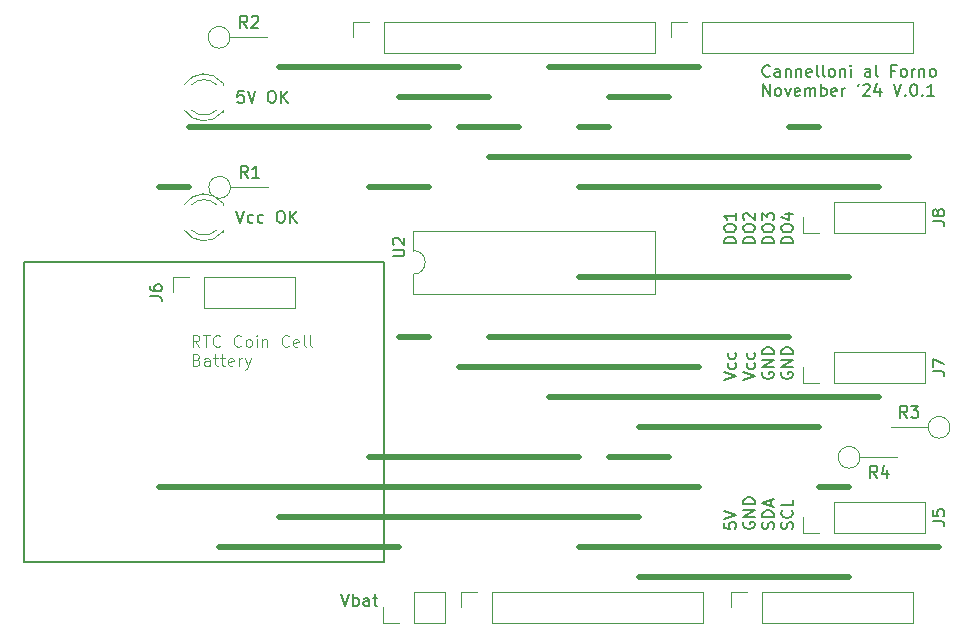
<source format=gto>
G04 #@! TF.GenerationSoftware,KiCad,Pcbnew,8.0.6*
G04 #@! TF.CreationDate,2024-11-11T09:26:18+01:00*
G04 #@! TF.ProjectId,lmwb_lochraster_arduino_L293D,6c6d7762-5f6c-46f6-9368-726173746572,V.0.1*
G04 #@! TF.SameCoordinates,Original*
G04 #@! TF.FileFunction,Legend,Top*
G04 #@! TF.FilePolarity,Positive*
%FSLAX46Y46*%
G04 Gerber Fmt 4.6, Leading zero omitted, Abs format (unit mm)*
G04 Created by KiCad (PCBNEW 8.0.6) date 2024-11-11 09:26:18*
%MOMM*%
%LPD*%
G01*
G04 APERTURE LIST*
%ADD10C,0.500000*%
%ADD11C,0.150000*%
%ADD12C,0.100000*%
%ADD13C,0.120000*%
%ADD14R,1.700000X1.700000*%
%ADD15O,1.700000X1.700000*%
%ADD16C,1.400000*%
%ADD17O,1.400000X1.400000*%
%ADD18R,1.600000X1.600000*%
%ADD19O,1.600000X1.600000*%
%ADD20R,1.800000X1.800000*%
%ADD21C,1.800000*%
G04 APERTURE END LIST*
D10*
X86360000Y-68580000D02*
X55880000Y-68580000D01*
X71120000Y-35560000D02*
X76200000Y-35560000D01*
X101600000Y-71120000D02*
X81280000Y-71120000D01*
X104140000Y-48260000D02*
X81280000Y-48260000D01*
X81280000Y-35560000D02*
X83820000Y-35560000D01*
X68580000Y-53340000D02*
X66040000Y-53340000D01*
X88900000Y-63500000D02*
X83820000Y-63500000D01*
D11*
X64770000Y-72390001D02*
X34290000Y-72390000D01*
X34290000Y-46990000D01*
X64770000Y-46990000D01*
X64770000Y-72390001D01*
D10*
X48260000Y-40640000D02*
X45720000Y-40640000D01*
X104140000Y-66040000D02*
X101600000Y-66040000D01*
X78740000Y-30480000D02*
X91440000Y-30480000D01*
X66040000Y-71120000D02*
X50800000Y-71120000D01*
X111760000Y-71120000D02*
X101600000Y-71120000D01*
X68580000Y-40640000D02*
X63500000Y-40640000D01*
X106680000Y-40640000D02*
X81280000Y-40640000D01*
X81280000Y-63500000D02*
X63500000Y-63500000D01*
X99060000Y-53340000D02*
X73660000Y-53340000D01*
X68580000Y-35560000D02*
X48260000Y-35560000D01*
X66040000Y-33020000D02*
X73660000Y-33020000D01*
X101600000Y-60960000D02*
X86360000Y-60960000D01*
X91440000Y-66040000D02*
X45720000Y-66040000D01*
X91440000Y-55880000D02*
X71120000Y-55880000D01*
X55880000Y-30480000D02*
X71120000Y-30480000D01*
X99060000Y-35560000D02*
X101600000Y-35560000D01*
X83820000Y-33020000D02*
X88900000Y-33020000D01*
X104140000Y-73660000D02*
X86360000Y-73660000D01*
X106680000Y-58420000D02*
X78740000Y-58420000D01*
X109220000Y-38100000D02*
X73660000Y-38100000D01*
D11*
X52882969Y-32474819D02*
X52406779Y-32474819D01*
X52406779Y-32474819D02*
X52359160Y-32951009D01*
X52359160Y-32951009D02*
X52406779Y-32903390D01*
X52406779Y-32903390D02*
X52502017Y-32855771D01*
X52502017Y-32855771D02*
X52740112Y-32855771D01*
X52740112Y-32855771D02*
X52835350Y-32903390D01*
X52835350Y-32903390D02*
X52882969Y-32951009D01*
X52882969Y-32951009D02*
X52930588Y-33046247D01*
X52930588Y-33046247D02*
X52930588Y-33284342D01*
X52930588Y-33284342D02*
X52882969Y-33379580D01*
X52882969Y-33379580D02*
X52835350Y-33427200D01*
X52835350Y-33427200D02*
X52740112Y-33474819D01*
X52740112Y-33474819D02*
X52502017Y-33474819D01*
X52502017Y-33474819D02*
X52406779Y-33427200D01*
X52406779Y-33427200D02*
X52359160Y-33379580D01*
X53216303Y-32474819D02*
X53549636Y-33474819D01*
X53549636Y-33474819D02*
X53882969Y-32474819D01*
X55168684Y-32474819D02*
X55359160Y-32474819D01*
X55359160Y-32474819D02*
X55454398Y-32522438D01*
X55454398Y-32522438D02*
X55549636Y-32617676D01*
X55549636Y-32617676D02*
X55597255Y-32808152D01*
X55597255Y-32808152D02*
X55597255Y-33141485D01*
X55597255Y-33141485D02*
X55549636Y-33331961D01*
X55549636Y-33331961D02*
X55454398Y-33427200D01*
X55454398Y-33427200D02*
X55359160Y-33474819D01*
X55359160Y-33474819D02*
X55168684Y-33474819D01*
X55168684Y-33474819D02*
X55073446Y-33427200D01*
X55073446Y-33427200D02*
X54978208Y-33331961D01*
X54978208Y-33331961D02*
X54930589Y-33141485D01*
X54930589Y-33141485D02*
X54930589Y-32808152D01*
X54930589Y-32808152D02*
X54978208Y-32617676D01*
X54978208Y-32617676D02*
X55073446Y-32522438D01*
X55073446Y-32522438D02*
X55168684Y-32474819D01*
X56025827Y-33474819D02*
X56025827Y-32474819D01*
X56597255Y-33474819D02*
X56168684Y-32903390D01*
X56597255Y-32474819D02*
X56025827Y-33046247D01*
X97428207Y-31184636D02*
X97380588Y-31232256D01*
X97380588Y-31232256D02*
X97237731Y-31279875D01*
X97237731Y-31279875D02*
X97142493Y-31279875D01*
X97142493Y-31279875D02*
X96999636Y-31232256D01*
X96999636Y-31232256D02*
X96904398Y-31137017D01*
X96904398Y-31137017D02*
X96856779Y-31041779D01*
X96856779Y-31041779D02*
X96809160Y-30851303D01*
X96809160Y-30851303D02*
X96809160Y-30708446D01*
X96809160Y-30708446D02*
X96856779Y-30517970D01*
X96856779Y-30517970D02*
X96904398Y-30422732D01*
X96904398Y-30422732D02*
X96999636Y-30327494D01*
X96999636Y-30327494D02*
X97142493Y-30279875D01*
X97142493Y-30279875D02*
X97237731Y-30279875D01*
X97237731Y-30279875D02*
X97380588Y-30327494D01*
X97380588Y-30327494D02*
X97428207Y-30375113D01*
X98285350Y-31279875D02*
X98285350Y-30756065D01*
X98285350Y-30756065D02*
X98237731Y-30660827D01*
X98237731Y-30660827D02*
X98142493Y-30613208D01*
X98142493Y-30613208D02*
X97952017Y-30613208D01*
X97952017Y-30613208D02*
X97856779Y-30660827D01*
X98285350Y-31232256D02*
X98190112Y-31279875D01*
X98190112Y-31279875D02*
X97952017Y-31279875D01*
X97952017Y-31279875D02*
X97856779Y-31232256D01*
X97856779Y-31232256D02*
X97809160Y-31137017D01*
X97809160Y-31137017D02*
X97809160Y-31041779D01*
X97809160Y-31041779D02*
X97856779Y-30946541D01*
X97856779Y-30946541D02*
X97952017Y-30898922D01*
X97952017Y-30898922D02*
X98190112Y-30898922D01*
X98190112Y-30898922D02*
X98285350Y-30851303D01*
X98761541Y-30613208D02*
X98761541Y-31279875D01*
X98761541Y-30708446D02*
X98809160Y-30660827D01*
X98809160Y-30660827D02*
X98904398Y-30613208D01*
X98904398Y-30613208D02*
X99047255Y-30613208D01*
X99047255Y-30613208D02*
X99142493Y-30660827D01*
X99142493Y-30660827D02*
X99190112Y-30756065D01*
X99190112Y-30756065D02*
X99190112Y-31279875D01*
X99666303Y-30613208D02*
X99666303Y-31279875D01*
X99666303Y-30708446D02*
X99713922Y-30660827D01*
X99713922Y-30660827D02*
X99809160Y-30613208D01*
X99809160Y-30613208D02*
X99952017Y-30613208D01*
X99952017Y-30613208D02*
X100047255Y-30660827D01*
X100047255Y-30660827D02*
X100094874Y-30756065D01*
X100094874Y-30756065D02*
X100094874Y-31279875D01*
X100952017Y-31232256D02*
X100856779Y-31279875D01*
X100856779Y-31279875D02*
X100666303Y-31279875D01*
X100666303Y-31279875D02*
X100571065Y-31232256D01*
X100571065Y-31232256D02*
X100523446Y-31137017D01*
X100523446Y-31137017D02*
X100523446Y-30756065D01*
X100523446Y-30756065D02*
X100571065Y-30660827D01*
X100571065Y-30660827D02*
X100666303Y-30613208D01*
X100666303Y-30613208D02*
X100856779Y-30613208D01*
X100856779Y-30613208D02*
X100952017Y-30660827D01*
X100952017Y-30660827D02*
X100999636Y-30756065D01*
X100999636Y-30756065D02*
X100999636Y-30851303D01*
X100999636Y-30851303D02*
X100523446Y-30946541D01*
X101571065Y-31279875D02*
X101475827Y-31232256D01*
X101475827Y-31232256D02*
X101428208Y-31137017D01*
X101428208Y-31137017D02*
X101428208Y-30279875D01*
X102094875Y-31279875D02*
X101999637Y-31232256D01*
X101999637Y-31232256D02*
X101952018Y-31137017D01*
X101952018Y-31137017D02*
X101952018Y-30279875D01*
X102618685Y-31279875D02*
X102523447Y-31232256D01*
X102523447Y-31232256D02*
X102475828Y-31184636D01*
X102475828Y-31184636D02*
X102428209Y-31089398D01*
X102428209Y-31089398D02*
X102428209Y-30803684D01*
X102428209Y-30803684D02*
X102475828Y-30708446D01*
X102475828Y-30708446D02*
X102523447Y-30660827D01*
X102523447Y-30660827D02*
X102618685Y-30613208D01*
X102618685Y-30613208D02*
X102761542Y-30613208D01*
X102761542Y-30613208D02*
X102856780Y-30660827D01*
X102856780Y-30660827D02*
X102904399Y-30708446D01*
X102904399Y-30708446D02*
X102952018Y-30803684D01*
X102952018Y-30803684D02*
X102952018Y-31089398D01*
X102952018Y-31089398D02*
X102904399Y-31184636D01*
X102904399Y-31184636D02*
X102856780Y-31232256D01*
X102856780Y-31232256D02*
X102761542Y-31279875D01*
X102761542Y-31279875D02*
X102618685Y-31279875D01*
X103380590Y-30613208D02*
X103380590Y-31279875D01*
X103380590Y-30708446D02*
X103428209Y-30660827D01*
X103428209Y-30660827D02*
X103523447Y-30613208D01*
X103523447Y-30613208D02*
X103666304Y-30613208D01*
X103666304Y-30613208D02*
X103761542Y-30660827D01*
X103761542Y-30660827D02*
X103809161Y-30756065D01*
X103809161Y-30756065D02*
X103809161Y-31279875D01*
X104285352Y-31279875D02*
X104285352Y-30613208D01*
X104285352Y-30279875D02*
X104237733Y-30327494D01*
X104237733Y-30327494D02*
X104285352Y-30375113D01*
X104285352Y-30375113D02*
X104332971Y-30327494D01*
X104332971Y-30327494D02*
X104285352Y-30279875D01*
X104285352Y-30279875D02*
X104285352Y-30375113D01*
X105952018Y-31279875D02*
X105952018Y-30756065D01*
X105952018Y-30756065D02*
X105904399Y-30660827D01*
X105904399Y-30660827D02*
X105809161Y-30613208D01*
X105809161Y-30613208D02*
X105618685Y-30613208D01*
X105618685Y-30613208D02*
X105523447Y-30660827D01*
X105952018Y-31232256D02*
X105856780Y-31279875D01*
X105856780Y-31279875D02*
X105618685Y-31279875D01*
X105618685Y-31279875D02*
X105523447Y-31232256D01*
X105523447Y-31232256D02*
X105475828Y-31137017D01*
X105475828Y-31137017D02*
X105475828Y-31041779D01*
X105475828Y-31041779D02*
X105523447Y-30946541D01*
X105523447Y-30946541D02*
X105618685Y-30898922D01*
X105618685Y-30898922D02*
X105856780Y-30898922D01*
X105856780Y-30898922D02*
X105952018Y-30851303D01*
X106571066Y-31279875D02*
X106475828Y-31232256D01*
X106475828Y-31232256D02*
X106428209Y-31137017D01*
X106428209Y-31137017D02*
X106428209Y-30279875D01*
X108047257Y-30756065D02*
X107713924Y-30756065D01*
X107713924Y-31279875D02*
X107713924Y-30279875D01*
X107713924Y-30279875D02*
X108190114Y-30279875D01*
X108713924Y-31279875D02*
X108618686Y-31232256D01*
X108618686Y-31232256D02*
X108571067Y-31184636D01*
X108571067Y-31184636D02*
X108523448Y-31089398D01*
X108523448Y-31089398D02*
X108523448Y-30803684D01*
X108523448Y-30803684D02*
X108571067Y-30708446D01*
X108571067Y-30708446D02*
X108618686Y-30660827D01*
X108618686Y-30660827D02*
X108713924Y-30613208D01*
X108713924Y-30613208D02*
X108856781Y-30613208D01*
X108856781Y-30613208D02*
X108952019Y-30660827D01*
X108952019Y-30660827D02*
X108999638Y-30708446D01*
X108999638Y-30708446D02*
X109047257Y-30803684D01*
X109047257Y-30803684D02*
X109047257Y-31089398D01*
X109047257Y-31089398D02*
X108999638Y-31184636D01*
X108999638Y-31184636D02*
X108952019Y-31232256D01*
X108952019Y-31232256D02*
X108856781Y-31279875D01*
X108856781Y-31279875D02*
X108713924Y-31279875D01*
X109475829Y-31279875D02*
X109475829Y-30613208D01*
X109475829Y-30803684D02*
X109523448Y-30708446D01*
X109523448Y-30708446D02*
X109571067Y-30660827D01*
X109571067Y-30660827D02*
X109666305Y-30613208D01*
X109666305Y-30613208D02*
X109761543Y-30613208D01*
X110094877Y-30613208D02*
X110094877Y-31279875D01*
X110094877Y-30708446D02*
X110142496Y-30660827D01*
X110142496Y-30660827D02*
X110237734Y-30613208D01*
X110237734Y-30613208D02*
X110380591Y-30613208D01*
X110380591Y-30613208D02*
X110475829Y-30660827D01*
X110475829Y-30660827D02*
X110523448Y-30756065D01*
X110523448Y-30756065D02*
X110523448Y-31279875D01*
X111142496Y-31279875D02*
X111047258Y-31232256D01*
X111047258Y-31232256D02*
X110999639Y-31184636D01*
X110999639Y-31184636D02*
X110952020Y-31089398D01*
X110952020Y-31089398D02*
X110952020Y-30803684D01*
X110952020Y-30803684D02*
X110999639Y-30708446D01*
X110999639Y-30708446D02*
X111047258Y-30660827D01*
X111047258Y-30660827D02*
X111142496Y-30613208D01*
X111142496Y-30613208D02*
X111285353Y-30613208D01*
X111285353Y-30613208D02*
X111380591Y-30660827D01*
X111380591Y-30660827D02*
X111428210Y-30708446D01*
X111428210Y-30708446D02*
X111475829Y-30803684D01*
X111475829Y-30803684D02*
X111475829Y-31089398D01*
X111475829Y-31089398D02*
X111428210Y-31184636D01*
X111428210Y-31184636D02*
X111380591Y-31232256D01*
X111380591Y-31232256D02*
X111285353Y-31279875D01*
X111285353Y-31279875D02*
X111142496Y-31279875D01*
X96856779Y-32889819D02*
X96856779Y-31889819D01*
X96856779Y-31889819D02*
X97428207Y-32889819D01*
X97428207Y-32889819D02*
X97428207Y-31889819D01*
X98047255Y-32889819D02*
X97952017Y-32842200D01*
X97952017Y-32842200D02*
X97904398Y-32794580D01*
X97904398Y-32794580D02*
X97856779Y-32699342D01*
X97856779Y-32699342D02*
X97856779Y-32413628D01*
X97856779Y-32413628D02*
X97904398Y-32318390D01*
X97904398Y-32318390D02*
X97952017Y-32270771D01*
X97952017Y-32270771D02*
X98047255Y-32223152D01*
X98047255Y-32223152D02*
X98190112Y-32223152D01*
X98190112Y-32223152D02*
X98285350Y-32270771D01*
X98285350Y-32270771D02*
X98332969Y-32318390D01*
X98332969Y-32318390D02*
X98380588Y-32413628D01*
X98380588Y-32413628D02*
X98380588Y-32699342D01*
X98380588Y-32699342D02*
X98332969Y-32794580D01*
X98332969Y-32794580D02*
X98285350Y-32842200D01*
X98285350Y-32842200D02*
X98190112Y-32889819D01*
X98190112Y-32889819D02*
X98047255Y-32889819D01*
X98713922Y-32223152D02*
X98952017Y-32889819D01*
X98952017Y-32889819D02*
X99190112Y-32223152D01*
X99952017Y-32842200D02*
X99856779Y-32889819D01*
X99856779Y-32889819D02*
X99666303Y-32889819D01*
X99666303Y-32889819D02*
X99571065Y-32842200D01*
X99571065Y-32842200D02*
X99523446Y-32746961D01*
X99523446Y-32746961D02*
X99523446Y-32366009D01*
X99523446Y-32366009D02*
X99571065Y-32270771D01*
X99571065Y-32270771D02*
X99666303Y-32223152D01*
X99666303Y-32223152D02*
X99856779Y-32223152D01*
X99856779Y-32223152D02*
X99952017Y-32270771D01*
X99952017Y-32270771D02*
X99999636Y-32366009D01*
X99999636Y-32366009D02*
X99999636Y-32461247D01*
X99999636Y-32461247D02*
X99523446Y-32556485D01*
X100428208Y-32889819D02*
X100428208Y-32223152D01*
X100428208Y-32318390D02*
X100475827Y-32270771D01*
X100475827Y-32270771D02*
X100571065Y-32223152D01*
X100571065Y-32223152D02*
X100713922Y-32223152D01*
X100713922Y-32223152D02*
X100809160Y-32270771D01*
X100809160Y-32270771D02*
X100856779Y-32366009D01*
X100856779Y-32366009D02*
X100856779Y-32889819D01*
X100856779Y-32366009D02*
X100904398Y-32270771D01*
X100904398Y-32270771D02*
X100999636Y-32223152D01*
X100999636Y-32223152D02*
X101142493Y-32223152D01*
X101142493Y-32223152D02*
X101237732Y-32270771D01*
X101237732Y-32270771D02*
X101285351Y-32366009D01*
X101285351Y-32366009D02*
X101285351Y-32889819D01*
X101761541Y-32889819D02*
X101761541Y-31889819D01*
X101761541Y-32270771D02*
X101856779Y-32223152D01*
X101856779Y-32223152D02*
X102047255Y-32223152D01*
X102047255Y-32223152D02*
X102142493Y-32270771D01*
X102142493Y-32270771D02*
X102190112Y-32318390D01*
X102190112Y-32318390D02*
X102237731Y-32413628D01*
X102237731Y-32413628D02*
X102237731Y-32699342D01*
X102237731Y-32699342D02*
X102190112Y-32794580D01*
X102190112Y-32794580D02*
X102142493Y-32842200D01*
X102142493Y-32842200D02*
X102047255Y-32889819D01*
X102047255Y-32889819D02*
X101856779Y-32889819D01*
X101856779Y-32889819D02*
X101761541Y-32842200D01*
X103047255Y-32842200D02*
X102952017Y-32889819D01*
X102952017Y-32889819D02*
X102761541Y-32889819D01*
X102761541Y-32889819D02*
X102666303Y-32842200D01*
X102666303Y-32842200D02*
X102618684Y-32746961D01*
X102618684Y-32746961D02*
X102618684Y-32366009D01*
X102618684Y-32366009D02*
X102666303Y-32270771D01*
X102666303Y-32270771D02*
X102761541Y-32223152D01*
X102761541Y-32223152D02*
X102952017Y-32223152D01*
X102952017Y-32223152D02*
X103047255Y-32270771D01*
X103047255Y-32270771D02*
X103094874Y-32366009D01*
X103094874Y-32366009D02*
X103094874Y-32461247D01*
X103094874Y-32461247D02*
X102618684Y-32556485D01*
X103523446Y-32889819D02*
X103523446Y-32223152D01*
X103523446Y-32413628D02*
X103571065Y-32318390D01*
X103571065Y-32318390D02*
X103618684Y-32270771D01*
X103618684Y-32270771D02*
X103713922Y-32223152D01*
X103713922Y-32223152D02*
X103809160Y-32223152D01*
X104952018Y-31889819D02*
X104856780Y-32080295D01*
X105332970Y-31985057D02*
X105380589Y-31937438D01*
X105380589Y-31937438D02*
X105475827Y-31889819D01*
X105475827Y-31889819D02*
X105713922Y-31889819D01*
X105713922Y-31889819D02*
X105809160Y-31937438D01*
X105809160Y-31937438D02*
X105856779Y-31985057D01*
X105856779Y-31985057D02*
X105904398Y-32080295D01*
X105904398Y-32080295D02*
X105904398Y-32175533D01*
X105904398Y-32175533D02*
X105856779Y-32318390D01*
X105856779Y-32318390D02*
X105285351Y-32889819D01*
X105285351Y-32889819D02*
X105904398Y-32889819D01*
X106761541Y-32223152D02*
X106761541Y-32889819D01*
X106523446Y-31842200D02*
X106285351Y-32556485D01*
X106285351Y-32556485D02*
X106904398Y-32556485D01*
X107904399Y-31889819D02*
X108237732Y-32889819D01*
X108237732Y-32889819D02*
X108571065Y-31889819D01*
X108904399Y-32794580D02*
X108952018Y-32842200D01*
X108952018Y-32842200D02*
X108904399Y-32889819D01*
X108904399Y-32889819D02*
X108856780Y-32842200D01*
X108856780Y-32842200D02*
X108904399Y-32794580D01*
X108904399Y-32794580D02*
X108904399Y-32889819D01*
X109571065Y-31889819D02*
X109666303Y-31889819D01*
X109666303Y-31889819D02*
X109761541Y-31937438D01*
X109761541Y-31937438D02*
X109809160Y-31985057D01*
X109809160Y-31985057D02*
X109856779Y-32080295D01*
X109856779Y-32080295D02*
X109904398Y-32270771D01*
X109904398Y-32270771D02*
X109904398Y-32508866D01*
X109904398Y-32508866D02*
X109856779Y-32699342D01*
X109856779Y-32699342D02*
X109809160Y-32794580D01*
X109809160Y-32794580D02*
X109761541Y-32842200D01*
X109761541Y-32842200D02*
X109666303Y-32889819D01*
X109666303Y-32889819D02*
X109571065Y-32889819D01*
X109571065Y-32889819D02*
X109475827Y-32842200D01*
X109475827Y-32842200D02*
X109428208Y-32794580D01*
X109428208Y-32794580D02*
X109380589Y-32699342D01*
X109380589Y-32699342D02*
X109332970Y-32508866D01*
X109332970Y-32508866D02*
X109332970Y-32270771D01*
X109332970Y-32270771D02*
X109380589Y-32080295D01*
X109380589Y-32080295D02*
X109428208Y-31985057D01*
X109428208Y-31985057D02*
X109475827Y-31937438D01*
X109475827Y-31937438D02*
X109571065Y-31889819D01*
X110332970Y-32794580D02*
X110380589Y-32842200D01*
X110380589Y-32842200D02*
X110332970Y-32889819D01*
X110332970Y-32889819D02*
X110285351Y-32842200D01*
X110285351Y-32842200D02*
X110332970Y-32794580D01*
X110332970Y-32794580D02*
X110332970Y-32889819D01*
X111332969Y-32889819D02*
X110761541Y-32889819D01*
X111047255Y-32889819D02*
X111047255Y-31889819D01*
X111047255Y-31889819D02*
X110952017Y-32032676D01*
X110952017Y-32032676D02*
X110856779Y-32127914D01*
X110856779Y-32127914D02*
X110761541Y-32175533D01*
X61153922Y-75069819D02*
X61487255Y-76069819D01*
X61487255Y-76069819D02*
X61820588Y-75069819D01*
X62153922Y-76069819D02*
X62153922Y-75069819D01*
X62153922Y-75450771D02*
X62249160Y-75403152D01*
X62249160Y-75403152D02*
X62439636Y-75403152D01*
X62439636Y-75403152D02*
X62534874Y-75450771D01*
X62534874Y-75450771D02*
X62582493Y-75498390D01*
X62582493Y-75498390D02*
X62630112Y-75593628D01*
X62630112Y-75593628D02*
X62630112Y-75879342D01*
X62630112Y-75879342D02*
X62582493Y-75974580D01*
X62582493Y-75974580D02*
X62534874Y-76022200D01*
X62534874Y-76022200D02*
X62439636Y-76069819D01*
X62439636Y-76069819D02*
X62249160Y-76069819D01*
X62249160Y-76069819D02*
X62153922Y-76022200D01*
X63487255Y-76069819D02*
X63487255Y-75546009D01*
X63487255Y-75546009D02*
X63439636Y-75450771D01*
X63439636Y-75450771D02*
X63344398Y-75403152D01*
X63344398Y-75403152D02*
X63153922Y-75403152D01*
X63153922Y-75403152D02*
X63058684Y-75450771D01*
X63487255Y-76022200D02*
X63392017Y-76069819D01*
X63392017Y-76069819D02*
X63153922Y-76069819D01*
X63153922Y-76069819D02*
X63058684Y-76022200D01*
X63058684Y-76022200D02*
X63011065Y-75926961D01*
X63011065Y-75926961D02*
X63011065Y-75831723D01*
X63011065Y-75831723D02*
X63058684Y-75736485D01*
X63058684Y-75736485D02*
X63153922Y-75688866D01*
X63153922Y-75688866D02*
X63392017Y-75688866D01*
X63392017Y-75688866D02*
X63487255Y-75641247D01*
X63820589Y-75403152D02*
X64201541Y-75403152D01*
X63963446Y-75069819D02*
X63963446Y-75926961D01*
X63963446Y-75926961D02*
X64011065Y-76022200D01*
X64011065Y-76022200D02*
X64106303Y-76069819D01*
X64106303Y-76069819D02*
X64201541Y-76069819D01*
D12*
X49135312Y-54142475D02*
X48801979Y-53666284D01*
X48563884Y-54142475D02*
X48563884Y-53142475D01*
X48563884Y-53142475D02*
X48944836Y-53142475D01*
X48944836Y-53142475D02*
X49040074Y-53190094D01*
X49040074Y-53190094D02*
X49087693Y-53237713D01*
X49087693Y-53237713D02*
X49135312Y-53332951D01*
X49135312Y-53332951D02*
X49135312Y-53475808D01*
X49135312Y-53475808D02*
X49087693Y-53571046D01*
X49087693Y-53571046D02*
X49040074Y-53618665D01*
X49040074Y-53618665D02*
X48944836Y-53666284D01*
X48944836Y-53666284D02*
X48563884Y-53666284D01*
X49421027Y-53142475D02*
X49992455Y-53142475D01*
X49706741Y-54142475D02*
X49706741Y-53142475D01*
X50897217Y-54047236D02*
X50849598Y-54094856D01*
X50849598Y-54094856D02*
X50706741Y-54142475D01*
X50706741Y-54142475D02*
X50611503Y-54142475D01*
X50611503Y-54142475D02*
X50468646Y-54094856D01*
X50468646Y-54094856D02*
X50373408Y-53999617D01*
X50373408Y-53999617D02*
X50325789Y-53904379D01*
X50325789Y-53904379D02*
X50278170Y-53713903D01*
X50278170Y-53713903D02*
X50278170Y-53571046D01*
X50278170Y-53571046D02*
X50325789Y-53380570D01*
X50325789Y-53380570D02*
X50373408Y-53285332D01*
X50373408Y-53285332D02*
X50468646Y-53190094D01*
X50468646Y-53190094D02*
X50611503Y-53142475D01*
X50611503Y-53142475D02*
X50706741Y-53142475D01*
X50706741Y-53142475D02*
X50849598Y-53190094D01*
X50849598Y-53190094D02*
X50897217Y-53237713D01*
X52659122Y-54047236D02*
X52611503Y-54094856D01*
X52611503Y-54094856D02*
X52468646Y-54142475D01*
X52468646Y-54142475D02*
X52373408Y-54142475D01*
X52373408Y-54142475D02*
X52230551Y-54094856D01*
X52230551Y-54094856D02*
X52135313Y-53999617D01*
X52135313Y-53999617D02*
X52087694Y-53904379D01*
X52087694Y-53904379D02*
X52040075Y-53713903D01*
X52040075Y-53713903D02*
X52040075Y-53571046D01*
X52040075Y-53571046D02*
X52087694Y-53380570D01*
X52087694Y-53380570D02*
X52135313Y-53285332D01*
X52135313Y-53285332D02*
X52230551Y-53190094D01*
X52230551Y-53190094D02*
X52373408Y-53142475D01*
X52373408Y-53142475D02*
X52468646Y-53142475D01*
X52468646Y-53142475D02*
X52611503Y-53190094D01*
X52611503Y-53190094D02*
X52659122Y-53237713D01*
X53230551Y-54142475D02*
X53135313Y-54094856D01*
X53135313Y-54094856D02*
X53087694Y-54047236D01*
X53087694Y-54047236D02*
X53040075Y-53951998D01*
X53040075Y-53951998D02*
X53040075Y-53666284D01*
X53040075Y-53666284D02*
X53087694Y-53571046D01*
X53087694Y-53571046D02*
X53135313Y-53523427D01*
X53135313Y-53523427D02*
X53230551Y-53475808D01*
X53230551Y-53475808D02*
X53373408Y-53475808D01*
X53373408Y-53475808D02*
X53468646Y-53523427D01*
X53468646Y-53523427D02*
X53516265Y-53571046D01*
X53516265Y-53571046D02*
X53563884Y-53666284D01*
X53563884Y-53666284D02*
X53563884Y-53951998D01*
X53563884Y-53951998D02*
X53516265Y-54047236D01*
X53516265Y-54047236D02*
X53468646Y-54094856D01*
X53468646Y-54094856D02*
X53373408Y-54142475D01*
X53373408Y-54142475D02*
X53230551Y-54142475D01*
X53992456Y-54142475D02*
X53992456Y-53475808D01*
X53992456Y-53142475D02*
X53944837Y-53190094D01*
X53944837Y-53190094D02*
X53992456Y-53237713D01*
X53992456Y-53237713D02*
X54040075Y-53190094D01*
X54040075Y-53190094D02*
X53992456Y-53142475D01*
X53992456Y-53142475D02*
X53992456Y-53237713D01*
X54468646Y-53475808D02*
X54468646Y-54142475D01*
X54468646Y-53571046D02*
X54516265Y-53523427D01*
X54516265Y-53523427D02*
X54611503Y-53475808D01*
X54611503Y-53475808D02*
X54754360Y-53475808D01*
X54754360Y-53475808D02*
X54849598Y-53523427D01*
X54849598Y-53523427D02*
X54897217Y-53618665D01*
X54897217Y-53618665D02*
X54897217Y-54142475D01*
X56706741Y-54047236D02*
X56659122Y-54094856D01*
X56659122Y-54094856D02*
X56516265Y-54142475D01*
X56516265Y-54142475D02*
X56421027Y-54142475D01*
X56421027Y-54142475D02*
X56278170Y-54094856D01*
X56278170Y-54094856D02*
X56182932Y-53999617D01*
X56182932Y-53999617D02*
X56135313Y-53904379D01*
X56135313Y-53904379D02*
X56087694Y-53713903D01*
X56087694Y-53713903D02*
X56087694Y-53571046D01*
X56087694Y-53571046D02*
X56135313Y-53380570D01*
X56135313Y-53380570D02*
X56182932Y-53285332D01*
X56182932Y-53285332D02*
X56278170Y-53190094D01*
X56278170Y-53190094D02*
X56421027Y-53142475D01*
X56421027Y-53142475D02*
X56516265Y-53142475D01*
X56516265Y-53142475D02*
X56659122Y-53190094D01*
X56659122Y-53190094D02*
X56706741Y-53237713D01*
X57516265Y-54094856D02*
X57421027Y-54142475D01*
X57421027Y-54142475D02*
X57230551Y-54142475D01*
X57230551Y-54142475D02*
X57135313Y-54094856D01*
X57135313Y-54094856D02*
X57087694Y-53999617D01*
X57087694Y-53999617D02*
X57087694Y-53618665D01*
X57087694Y-53618665D02*
X57135313Y-53523427D01*
X57135313Y-53523427D02*
X57230551Y-53475808D01*
X57230551Y-53475808D02*
X57421027Y-53475808D01*
X57421027Y-53475808D02*
X57516265Y-53523427D01*
X57516265Y-53523427D02*
X57563884Y-53618665D01*
X57563884Y-53618665D02*
X57563884Y-53713903D01*
X57563884Y-53713903D02*
X57087694Y-53809141D01*
X58135313Y-54142475D02*
X58040075Y-54094856D01*
X58040075Y-54094856D02*
X57992456Y-53999617D01*
X57992456Y-53999617D02*
X57992456Y-53142475D01*
X58659123Y-54142475D02*
X58563885Y-54094856D01*
X58563885Y-54094856D02*
X58516266Y-53999617D01*
X58516266Y-53999617D02*
X58516266Y-53142475D01*
X48897217Y-55228609D02*
X49040074Y-55276228D01*
X49040074Y-55276228D02*
X49087693Y-55323847D01*
X49087693Y-55323847D02*
X49135312Y-55419085D01*
X49135312Y-55419085D02*
X49135312Y-55561942D01*
X49135312Y-55561942D02*
X49087693Y-55657180D01*
X49087693Y-55657180D02*
X49040074Y-55704800D01*
X49040074Y-55704800D02*
X48944836Y-55752419D01*
X48944836Y-55752419D02*
X48563884Y-55752419D01*
X48563884Y-55752419D02*
X48563884Y-54752419D01*
X48563884Y-54752419D02*
X48897217Y-54752419D01*
X48897217Y-54752419D02*
X48992455Y-54800038D01*
X48992455Y-54800038D02*
X49040074Y-54847657D01*
X49040074Y-54847657D02*
X49087693Y-54942895D01*
X49087693Y-54942895D02*
X49087693Y-55038133D01*
X49087693Y-55038133D02*
X49040074Y-55133371D01*
X49040074Y-55133371D02*
X48992455Y-55180990D01*
X48992455Y-55180990D02*
X48897217Y-55228609D01*
X48897217Y-55228609D02*
X48563884Y-55228609D01*
X49992455Y-55752419D02*
X49992455Y-55228609D01*
X49992455Y-55228609D02*
X49944836Y-55133371D01*
X49944836Y-55133371D02*
X49849598Y-55085752D01*
X49849598Y-55085752D02*
X49659122Y-55085752D01*
X49659122Y-55085752D02*
X49563884Y-55133371D01*
X49992455Y-55704800D02*
X49897217Y-55752419D01*
X49897217Y-55752419D02*
X49659122Y-55752419D01*
X49659122Y-55752419D02*
X49563884Y-55704800D01*
X49563884Y-55704800D02*
X49516265Y-55609561D01*
X49516265Y-55609561D02*
X49516265Y-55514323D01*
X49516265Y-55514323D02*
X49563884Y-55419085D01*
X49563884Y-55419085D02*
X49659122Y-55371466D01*
X49659122Y-55371466D02*
X49897217Y-55371466D01*
X49897217Y-55371466D02*
X49992455Y-55323847D01*
X50325789Y-55085752D02*
X50706741Y-55085752D01*
X50468646Y-54752419D02*
X50468646Y-55609561D01*
X50468646Y-55609561D02*
X50516265Y-55704800D01*
X50516265Y-55704800D02*
X50611503Y-55752419D01*
X50611503Y-55752419D02*
X50706741Y-55752419D01*
X50897218Y-55085752D02*
X51278170Y-55085752D01*
X51040075Y-54752419D02*
X51040075Y-55609561D01*
X51040075Y-55609561D02*
X51087694Y-55704800D01*
X51087694Y-55704800D02*
X51182932Y-55752419D01*
X51182932Y-55752419D02*
X51278170Y-55752419D01*
X51992456Y-55704800D02*
X51897218Y-55752419D01*
X51897218Y-55752419D02*
X51706742Y-55752419D01*
X51706742Y-55752419D02*
X51611504Y-55704800D01*
X51611504Y-55704800D02*
X51563885Y-55609561D01*
X51563885Y-55609561D02*
X51563885Y-55228609D01*
X51563885Y-55228609D02*
X51611504Y-55133371D01*
X51611504Y-55133371D02*
X51706742Y-55085752D01*
X51706742Y-55085752D02*
X51897218Y-55085752D01*
X51897218Y-55085752D02*
X51992456Y-55133371D01*
X51992456Y-55133371D02*
X52040075Y-55228609D01*
X52040075Y-55228609D02*
X52040075Y-55323847D01*
X52040075Y-55323847D02*
X51563885Y-55419085D01*
X52468647Y-55752419D02*
X52468647Y-55085752D01*
X52468647Y-55276228D02*
X52516266Y-55180990D01*
X52516266Y-55180990D02*
X52563885Y-55133371D01*
X52563885Y-55133371D02*
X52659123Y-55085752D01*
X52659123Y-55085752D02*
X52754361Y-55085752D01*
X52992457Y-55085752D02*
X53230552Y-55752419D01*
X53468647Y-55085752D02*
X53230552Y-55752419D01*
X53230552Y-55752419D02*
X53135314Y-55990514D01*
X53135314Y-55990514D02*
X53087695Y-56038133D01*
X53087695Y-56038133D02*
X52992457Y-56085752D01*
D11*
X52263922Y-42634819D02*
X52597255Y-43634819D01*
X52597255Y-43634819D02*
X52930588Y-42634819D01*
X53692493Y-43587200D02*
X53597255Y-43634819D01*
X53597255Y-43634819D02*
X53406779Y-43634819D01*
X53406779Y-43634819D02*
X53311541Y-43587200D01*
X53311541Y-43587200D02*
X53263922Y-43539580D01*
X53263922Y-43539580D02*
X53216303Y-43444342D01*
X53216303Y-43444342D02*
X53216303Y-43158628D01*
X53216303Y-43158628D02*
X53263922Y-43063390D01*
X53263922Y-43063390D02*
X53311541Y-43015771D01*
X53311541Y-43015771D02*
X53406779Y-42968152D01*
X53406779Y-42968152D02*
X53597255Y-42968152D01*
X53597255Y-42968152D02*
X53692493Y-43015771D01*
X54549636Y-43587200D02*
X54454398Y-43634819D01*
X54454398Y-43634819D02*
X54263922Y-43634819D01*
X54263922Y-43634819D02*
X54168684Y-43587200D01*
X54168684Y-43587200D02*
X54121065Y-43539580D01*
X54121065Y-43539580D02*
X54073446Y-43444342D01*
X54073446Y-43444342D02*
X54073446Y-43158628D01*
X54073446Y-43158628D02*
X54121065Y-43063390D01*
X54121065Y-43063390D02*
X54168684Y-43015771D01*
X54168684Y-43015771D02*
X54263922Y-42968152D01*
X54263922Y-42968152D02*
X54454398Y-42968152D01*
X54454398Y-42968152D02*
X54549636Y-43015771D01*
X55930589Y-42634819D02*
X56121065Y-42634819D01*
X56121065Y-42634819D02*
X56216303Y-42682438D01*
X56216303Y-42682438D02*
X56311541Y-42777676D01*
X56311541Y-42777676D02*
X56359160Y-42968152D01*
X56359160Y-42968152D02*
X56359160Y-43301485D01*
X56359160Y-43301485D02*
X56311541Y-43491961D01*
X56311541Y-43491961D02*
X56216303Y-43587200D01*
X56216303Y-43587200D02*
X56121065Y-43634819D01*
X56121065Y-43634819D02*
X55930589Y-43634819D01*
X55930589Y-43634819D02*
X55835351Y-43587200D01*
X55835351Y-43587200D02*
X55740113Y-43491961D01*
X55740113Y-43491961D02*
X55692494Y-43301485D01*
X55692494Y-43301485D02*
X55692494Y-42968152D01*
X55692494Y-42968152D02*
X55740113Y-42777676D01*
X55740113Y-42777676D02*
X55835351Y-42682438D01*
X55835351Y-42682438D02*
X55930589Y-42634819D01*
X56787732Y-43634819D02*
X56787732Y-42634819D01*
X57359160Y-43634819D02*
X56930589Y-43063390D01*
X57359160Y-42634819D02*
X56787732Y-43206247D01*
X93559903Y-56956077D02*
X94559903Y-56622744D01*
X94559903Y-56622744D02*
X93559903Y-56289411D01*
X94512284Y-55527506D02*
X94559903Y-55622744D01*
X94559903Y-55622744D02*
X94559903Y-55813220D01*
X94559903Y-55813220D02*
X94512284Y-55908458D01*
X94512284Y-55908458D02*
X94464664Y-55956077D01*
X94464664Y-55956077D02*
X94369426Y-56003696D01*
X94369426Y-56003696D02*
X94083712Y-56003696D01*
X94083712Y-56003696D02*
X93988474Y-55956077D01*
X93988474Y-55956077D02*
X93940855Y-55908458D01*
X93940855Y-55908458D02*
X93893236Y-55813220D01*
X93893236Y-55813220D02*
X93893236Y-55622744D01*
X93893236Y-55622744D02*
X93940855Y-55527506D01*
X94512284Y-54670363D02*
X94559903Y-54765601D01*
X94559903Y-54765601D02*
X94559903Y-54956077D01*
X94559903Y-54956077D02*
X94512284Y-55051315D01*
X94512284Y-55051315D02*
X94464664Y-55098934D01*
X94464664Y-55098934D02*
X94369426Y-55146553D01*
X94369426Y-55146553D02*
X94083712Y-55146553D01*
X94083712Y-55146553D02*
X93988474Y-55098934D01*
X93988474Y-55098934D02*
X93940855Y-55051315D01*
X93940855Y-55051315D02*
X93893236Y-54956077D01*
X93893236Y-54956077D02*
X93893236Y-54765601D01*
X93893236Y-54765601D02*
X93940855Y-54670363D01*
X95169847Y-56956077D02*
X96169847Y-56622744D01*
X96169847Y-56622744D02*
X95169847Y-56289411D01*
X96122228Y-55527506D02*
X96169847Y-55622744D01*
X96169847Y-55622744D02*
X96169847Y-55813220D01*
X96169847Y-55813220D02*
X96122228Y-55908458D01*
X96122228Y-55908458D02*
X96074608Y-55956077D01*
X96074608Y-55956077D02*
X95979370Y-56003696D01*
X95979370Y-56003696D02*
X95693656Y-56003696D01*
X95693656Y-56003696D02*
X95598418Y-55956077D01*
X95598418Y-55956077D02*
X95550799Y-55908458D01*
X95550799Y-55908458D02*
X95503180Y-55813220D01*
X95503180Y-55813220D02*
X95503180Y-55622744D01*
X95503180Y-55622744D02*
X95550799Y-55527506D01*
X96122228Y-54670363D02*
X96169847Y-54765601D01*
X96169847Y-54765601D02*
X96169847Y-54956077D01*
X96169847Y-54956077D02*
X96122228Y-55051315D01*
X96122228Y-55051315D02*
X96074608Y-55098934D01*
X96074608Y-55098934D02*
X95979370Y-55146553D01*
X95979370Y-55146553D02*
X95693656Y-55146553D01*
X95693656Y-55146553D02*
X95598418Y-55098934D01*
X95598418Y-55098934D02*
X95550799Y-55051315D01*
X95550799Y-55051315D02*
X95503180Y-54956077D01*
X95503180Y-54956077D02*
X95503180Y-54765601D01*
X95503180Y-54765601D02*
X95550799Y-54670363D01*
X96827410Y-56289411D02*
X96779791Y-56384649D01*
X96779791Y-56384649D02*
X96779791Y-56527506D01*
X96779791Y-56527506D02*
X96827410Y-56670363D01*
X96827410Y-56670363D02*
X96922648Y-56765601D01*
X96922648Y-56765601D02*
X97017886Y-56813220D01*
X97017886Y-56813220D02*
X97208362Y-56860839D01*
X97208362Y-56860839D02*
X97351219Y-56860839D01*
X97351219Y-56860839D02*
X97541695Y-56813220D01*
X97541695Y-56813220D02*
X97636933Y-56765601D01*
X97636933Y-56765601D02*
X97732172Y-56670363D01*
X97732172Y-56670363D02*
X97779791Y-56527506D01*
X97779791Y-56527506D02*
X97779791Y-56432268D01*
X97779791Y-56432268D02*
X97732172Y-56289411D01*
X97732172Y-56289411D02*
X97684552Y-56241792D01*
X97684552Y-56241792D02*
X97351219Y-56241792D01*
X97351219Y-56241792D02*
X97351219Y-56432268D01*
X97779791Y-55813220D02*
X96779791Y-55813220D01*
X96779791Y-55813220D02*
X97779791Y-55241792D01*
X97779791Y-55241792D02*
X96779791Y-55241792D01*
X97779791Y-54765601D02*
X96779791Y-54765601D01*
X96779791Y-54765601D02*
X96779791Y-54527506D01*
X96779791Y-54527506D02*
X96827410Y-54384649D01*
X96827410Y-54384649D02*
X96922648Y-54289411D01*
X96922648Y-54289411D02*
X97017886Y-54241792D01*
X97017886Y-54241792D02*
X97208362Y-54194173D01*
X97208362Y-54194173D02*
X97351219Y-54194173D01*
X97351219Y-54194173D02*
X97541695Y-54241792D01*
X97541695Y-54241792D02*
X97636933Y-54289411D01*
X97636933Y-54289411D02*
X97732172Y-54384649D01*
X97732172Y-54384649D02*
X97779791Y-54527506D01*
X97779791Y-54527506D02*
X97779791Y-54765601D01*
X98437354Y-56289411D02*
X98389735Y-56384649D01*
X98389735Y-56384649D02*
X98389735Y-56527506D01*
X98389735Y-56527506D02*
X98437354Y-56670363D01*
X98437354Y-56670363D02*
X98532592Y-56765601D01*
X98532592Y-56765601D02*
X98627830Y-56813220D01*
X98627830Y-56813220D02*
X98818306Y-56860839D01*
X98818306Y-56860839D02*
X98961163Y-56860839D01*
X98961163Y-56860839D02*
X99151639Y-56813220D01*
X99151639Y-56813220D02*
X99246877Y-56765601D01*
X99246877Y-56765601D02*
X99342116Y-56670363D01*
X99342116Y-56670363D02*
X99389735Y-56527506D01*
X99389735Y-56527506D02*
X99389735Y-56432268D01*
X99389735Y-56432268D02*
X99342116Y-56289411D01*
X99342116Y-56289411D02*
X99294496Y-56241792D01*
X99294496Y-56241792D02*
X98961163Y-56241792D01*
X98961163Y-56241792D02*
X98961163Y-56432268D01*
X99389735Y-55813220D02*
X98389735Y-55813220D01*
X98389735Y-55813220D02*
X99389735Y-55241792D01*
X99389735Y-55241792D02*
X98389735Y-55241792D01*
X99389735Y-54765601D02*
X98389735Y-54765601D01*
X98389735Y-54765601D02*
X98389735Y-54527506D01*
X98389735Y-54527506D02*
X98437354Y-54384649D01*
X98437354Y-54384649D02*
X98532592Y-54289411D01*
X98532592Y-54289411D02*
X98627830Y-54241792D01*
X98627830Y-54241792D02*
X98818306Y-54194173D01*
X98818306Y-54194173D02*
X98961163Y-54194173D01*
X98961163Y-54194173D02*
X99151639Y-54241792D01*
X99151639Y-54241792D02*
X99246877Y-54289411D01*
X99246877Y-54289411D02*
X99342116Y-54384649D01*
X99342116Y-54384649D02*
X99389735Y-54527506D01*
X99389735Y-54527506D02*
X99389735Y-54765601D01*
X94559903Y-45383220D02*
X93559903Y-45383220D01*
X93559903Y-45383220D02*
X93559903Y-45145125D01*
X93559903Y-45145125D02*
X93607522Y-45002268D01*
X93607522Y-45002268D02*
X93702760Y-44907030D01*
X93702760Y-44907030D02*
X93797998Y-44859411D01*
X93797998Y-44859411D02*
X93988474Y-44811792D01*
X93988474Y-44811792D02*
X94131331Y-44811792D01*
X94131331Y-44811792D02*
X94321807Y-44859411D01*
X94321807Y-44859411D02*
X94417045Y-44907030D01*
X94417045Y-44907030D02*
X94512284Y-45002268D01*
X94512284Y-45002268D02*
X94559903Y-45145125D01*
X94559903Y-45145125D02*
X94559903Y-45383220D01*
X93559903Y-44192744D02*
X93559903Y-44002268D01*
X93559903Y-44002268D02*
X93607522Y-43907030D01*
X93607522Y-43907030D02*
X93702760Y-43811792D01*
X93702760Y-43811792D02*
X93893236Y-43764173D01*
X93893236Y-43764173D02*
X94226569Y-43764173D01*
X94226569Y-43764173D02*
X94417045Y-43811792D01*
X94417045Y-43811792D02*
X94512284Y-43907030D01*
X94512284Y-43907030D02*
X94559903Y-44002268D01*
X94559903Y-44002268D02*
X94559903Y-44192744D01*
X94559903Y-44192744D02*
X94512284Y-44287982D01*
X94512284Y-44287982D02*
X94417045Y-44383220D01*
X94417045Y-44383220D02*
X94226569Y-44430839D01*
X94226569Y-44430839D02*
X93893236Y-44430839D01*
X93893236Y-44430839D02*
X93702760Y-44383220D01*
X93702760Y-44383220D02*
X93607522Y-44287982D01*
X93607522Y-44287982D02*
X93559903Y-44192744D01*
X94559903Y-42811792D02*
X94559903Y-43383220D01*
X94559903Y-43097506D02*
X93559903Y-43097506D01*
X93559903Y-43097506D02*
X93702760Y-43192744D01*
X93702760Y-43192744D02*
X93797998Y-43287982D01*
X93797998Y-43287982D02*
X93845617Y-43383220D01*
X96169847Y-45383220D02*
X95169847Y-45383220D01*
X95169847Y-45383220D02*
X95169847Y-45145125D01*
X95169847Y-45145125D02*
X95217466Y-45002268D01*
X95217466Y-45002268D02*
X95312704Y-44907030D01*
X95312704Y-44907030D02*
X95407942Y-44859411D01*
X95407942Y-44859411D02*
X95598418Y-44811792D01*
X95598418Y-44811792D02*
X95741275Y-44811792D01*
X95741275Y-44811792D02*
X95931751Y-44859411D01*
X95931751Y-44859411D02*
X96026989Y-44907030D01*
X96026989Y-44907030D02*
X96122228Y-45002268D01*
X96122228Y-45002268D02*
X96169847Y-45145125D01*
X96169847Y-45145125D02*
X96169847Y-45383220D01*
X95169847Y-44192744D02*
X95169847Y-44002268D01*
X95169847Y-44002268D02*
X95217466Y-43907030D01*
X95217466Y-43907030D02*
X95312704Y-43811792D01*
X95312704Y-43811792D02*
X95503180Y-43764173D01*
X95503180Y-43764173D02*
X95836513Y-43764173D01*
X95836513Y-43764173D02*
X96026989Y-43811792D01*
X96026989Y-43811792D02*
X96122228Y-43907030D01*
X96122228Y-43907030D02*
X96169847Y-44002268D01*
X96169847Y-44002268D02*
X96169847Y-44192744D01*
X96169847Y-44192744D02*
X96122228Y-44287982D01*
X96122228Y-44287982D02*
X96026989Y-44383220D01*
X96026989Y-44383220D02*
X95836513Y-44430839D01*
X95836513Y-44430839D02*
X95503180Y-44430839D01*
X95503180Y-44430839D02*
X95312704Y-44383220D01*
X95312704Y-44383220D02*
X95217466Y-44287982D01*
X95217466Y-44287982D02*
X95169847Y-44192744D01*
X95265085Y-43383220D02*
X95217466Y-43335601D01*
X95217466Y-43335601D02*
X95169847Y-43240363D01*
X95169847Y-43240363D02*
X95169847Y-43002268D01*
X95169847Y-43002268D02*
X95217466Y-42907030D01*
X95217466Y-42907030D02*
X95265085Y-42859411D01*
X95265085Y-42859411D02*
X95360323Y-42811792D01*
X95360323Y-42811792D02*
X95455561Y-42811792D01*
X95455561Y-42811792D02*
X95598418Y-42859411D01*
X95598418Y-42859411D02*
X96169847Y-43430839D01*
X96169847Y-43430839D02*
X96169847Y-42811792D01*
X97779791Y-45383220D02*
X96779791Y-45383220D01*
X96779791Y-45383220D02*
X96779791Y-45145125D01*
X96779791Y-45145125D02*
X96827410Y-45002268D01*
X96827410Y-45002268D02*
X96922648Y-44907030D01*
X96922648Y-44907030D02*
X97017886Y-44859411D01*
X97017886Y-44859411D02*
X97208362Y-44811792D01*
X97208362Y-44811792D02*
X97351219Y-44811792D01*
X97351219Y-44811792D02*
X97541695Y-44859411D01*
X97541695Y-44859411D02*
X97636933Y-44907030D01*
X97636933Y-44907030D02*
X97732172Y-45002268D01*
X97732172Y-45002268D02*
X97779791Y-45145125D01*
X97779791Y-45145125D02*
X97779791Y-45383220D01*
X96779791Y-44192744D02*
X96779791Y-44002268D01*
X96779791Y-44002268D02*
X96827410Y-43907030D01*
X96827410Y-43907030D02*
X96922648Y-43811792D01*
X96922648Y-43811792D02*
X97113124Y-43764173D01*
X97113124Y-43764173D02*
X97446457Y-43764173D01*
X97446457Y-43764173D02*
X97636933Y-43811792D01*
X97636933Y-43811792D02*
X97732172Y-43907030D01*
X97732172Y-43907030D02*
X97779791Y-44002268D01*
X97779791Y-44002268D02*
X97779791Y-44192744D01*
X97779791Y-44192744D02*
X97732172Y-44287982D01*
X97732172Y-44287982D02*
X97636933Y-44383220D01*
X97636933Y-44383220D02*
X97446457Y-44430839D01*
X97446457Y-44430839D02*
X97113124Y-44430839D01*
X97113124Y-44430839D02*
X96922648Y-44383220D01*
X96922648Y-44383220D02*
X96827410Y-44287982D01*
X96827410Y-44287982D02*
X96779791Y-44192744D01*
X96779791Y-43430839D02*
X96779791Y-42811792D01*
X96779791Y-42811792D02*
X97160743Y-43145125D01*
X97160743Y-43145125D02*
X97160743Y-43002268D01*
X97160743Y-43002268D02*
X97208362Y-42907030D01*
X97208362Y-42907030D02*
X97255981Y-42859411D01*
X97255981Y-42859411D02*
X97351219Y-42811792D01*
X97351219Y-42811792D02*
X97589314Y-42811792D01*
X97589314Y-42811792D02*
X97684552Y-42859411D01*
X97684552Y-42859411D02*
X97732172Y-42907030D01*
X97732172Y-42907030D02*
X97779791Y-43002268D01*
X97779791Y-43002268D02*
X97779791Y-43287982D01*
X97779791Y-43287982D02*
X97732172Y-43383220D01*
X97732172Y-43383220D02*
X97684552Y-43430839D01*
X99389735Y-45383220D02*
X98389735Y-45383220D01*
X98389735Y-45383220D02*
X98389735Y-45145125D01*
X98389735Y-45145125D02*
X98437354Y-45002268D01*
X98437354Y-45002268D02*
X98532592Y-44907030D01*
X98532592Y-44907030D02*
X98627830Y-44859411D01*
X98627830Y-44859411D02*
X98818306Y-44811792D01*
X98818306Y-44811792D02*
X98961163Y-44811792D01*
X98961163Y-44811792D02*
X99151639Y-44859411D01*
X99151639Y-44859411D02*
X99246877Y-44907030D01*
X99246877Y-44907030D02*
X99342116Y-45002268D01*
X99342116Y-45002268D02*
X99389735Y-45145125D01*
X99389735Y-45145125D02*
X99389735Y-45383220D01*
X98389735Y-44192744D02*
X98389735Y-44002268D01*
X98389735Y-44002268D02*
X98437354Y-43907030D01*
X98437354Y-43907030D02*
X98532592Y-43811792D01*
X98532592Y-43811792D02*
X98723068Y-43764173D01*
X98723068Y-43764173D02*
X99056401Y-43764173D01*
X99056401Y-43764173D02*
X99246877Y-43811792D01*
X99246877Y-43811792D02*
X99342116Y-43907030D01*
X99342116Y-43907030D02*
X99389735Y-44002268D01*
X99389735Y-44002268D02*
X99389735Y-44192744D01*
X99389735Y-44192744D02*
X99342116Y-44287982D01*
X99342116Y-44287982D02*
X99246877Y-44383220D01*
X99246877Y-44383220D02*
X99056401Y-44430839D01*
X99056401Y-44430839D02*
X98723068Y-44430839D01*
X98723068Y-44430839D02*
X98532592Y-44383220D01*
X98532592Y-44383220D02*
X98437354Y-44287982D01*
X98437354Y-44287982D02*
X98389735Y-44192744D01*
X98723068Y-42907030D02*
X99389735Y-42907030D01*
X98342116Y-43145125D02*
X99056401Y-43383220D01*
X99056401Y-43383220D02*
X99056401Y-42764173D01*
X93559903Y-69037030D02*
X93559903Y-69513220D01*
X93559903Y-69513220D02*
X94036093Y-69560839D01*
X94036093Y-69560839D02*
X93988474Y-69513220D01*
X93988474Y-69513220D02*
X93940855Y-69417982D01*
X93940855Y-69417982D02*
X93940855Y-69179887D01*
X93940855Y-69179887D02*
X93988474Y-69084649D01*
X93988474Y-69084649D02*
X94036093Y-69037030D01*
X94036093Y-69037030D02*
X94131331Y-68989411D01*
X94131331Y-68989411D02*
X94369426Y-68989411D01*
X94369426Y-68989411D02*
X94464664Y-69037030D01*
X94464664Y-69037030D02*
X94512284Y-69084649D01*
X94512284Y-69084649D02*
X94559903Y-69179887D01*
X94559903Y-69179887D02*
X94559903Y-69417982D01*
X94559903Y-69417982D02*
X94512284Y-69513220D01*
X94512284Y-69513220D02*
X94464664Y-69560839D01*
X93559903Y-68703696D02*
X94559903Y-68370363D01*
X94559903Y-68370363D02*
X93559903Y-68037030D01*
X95217466Y-68989411D02*
X95169847Y-69084649D01*
X95169847Y-69084649D02*
X95169847Y-69227506D01*
X95169847Y-69227506D02*
X95217466Y-69370363D01*
X95217466Y-69370363D02*
X95312704Y-69465601D01*
X95312704Y-69465601D02*
X95407942Y-69513220D01*
X95407942Y-69513220D02*
X95598418Y-69560839D01*
X95598418Y-69560839D02*
X95741275Y-69560839D01*
X95741275Y-69560839D02*
X95931751Y-69513220D01*
X95931751Y-69513220D02*
X96026989Y-69465601D01*
X96026989Y-69465601D02*
X96122228Y-69370363D01*
X96122228Y-69370363D02*
X96169847Y-69227506D01*
X96169847Y-69227506D02*
X96169847Y-69132268D01*
X96169847Y-69132268D02*
X96122228Y-68989411D01*
X96122228Y-68989411D02*
X96074608Y-68941792D01*
X96074608Y-68941792D02*
X95741275Y-68941792D01*
X95741275Y-68941792D02*
X95741275Y-69132268D01*
X96169847Y-68513220D02*
X95169847Y-68513220D01*
X95169847Y-68513220D02*
X96169847Y-67941792D01*
X96169847Y-67941792D02*
X95169847Y-67941792D01*
X96169847Y-67465601D02*
X95169847Y-67465601D01*
X95169847Y-67465601D02*
X95169847Y-67227506D01*
X95169847Y-67227506D02*
X95217466Y-67084649D01*
X95217466Y-67084649D02*
X95312704Y-66989411D01*
X95312704Y-66989411D02*
X95407942Y-66941792D01*
X95407942Y-66941792D02*
X95598418Y-66894173D01*
X95598418Y-66894173D02*
X95741275Y-66894173D01*
X95741275Y-66894173D02*
X95931751Y-66941792D01*
X95931751Y-66941792D02*
X96026989Y-66989411D01*
X96026989Y-66989411D02*
X96122228Y-67084649D01*
X96122228Y-67084649D02*
X96169847Y-67227506D01*
X96169847Y-67227506D02*
X96169847Y-67465601D01*
X97732172Y-69560839D02*
X97779791Y-69417982D01*
X97779791Y-69417982D02*
X97779791Y-69179887D01*
X97779791Y-69179887D02*
X97732172Y-69084649D01*
X97732172Y-69084649D02*
X97684552Y-69037030D01*
X97684552Y-69037030D02*
X97589314Y-68989411D01*
X97589314Y-68989411D02*
X97494076Y-68989411D01*
X97494076Y-68989411D02*
X97398838Y-69037030D01*
X97398838Y-69037030D02*
X97351219Y-69084649D01*
X97351219Y-69084649D02*
X97303600Y-69179887D01*
X97303600Y-69179887D02*
X97255981Y-69370363D01*
X97255981Y-69370363D02*
X97208362Y-69465601D01*
X97208362Y-69465601D02*
X97160743Y-69513220D01*
X97160743Y-69513220D02*
X97065505Y-69560839D01*
X97065505Y-69560839D02*
X96970267Y-69560839D01*
X96970267Y-69560839D02*
X96875029Y-69513220D01*
X96875029Y-69513220D02*
X96827410Y-69465601D01*
X96827410Y-69465601D02*
X96779791Y-69370363D01*
X96779791Y-69370363D02*
X96779791Y-69132268D01*
X96779791Y-69132268D02*
X96827410Y-68989411D01*
X97779791Y-68560839D02*
X96779791Y-68560839D01*
X96779791Y-68560839D02*
X96779791Y-68322744D01*
X96779791Y-68322744D02*
X96827410Y-68179887D01*
X96827410Y-68179887D02*
X96922648Y-68084649D01*
X96922648Y-68084649D02*
X97017886Y-68037030D01*
X97017886Y-68037030D02*
X97208362Y-67989411D01*
X97208362Y-67989411D02*
X97351219Y-67989411D01*
X97351219Y-67989411D02*
X97541695Y-68037030D01*
X97541695Y-68037030D02*
X97636933Y-68084649D01*
X97636933Y-68084649D02*
X97732172Y-68179887D01*
X97732172Y-68179887D02*
X97779791Y-68322744D01*
X97779791Y-68322744D02*
X97779791Y-68560839D01*
X97494076Y-67608458D02*
X97494076Y-67132268D01*
X97779791Y-67703696D02*
X96779791Y-67370363D01*
X96779791Y-67370363D02*
X97779791Y-67037030D01*
X99342116Y-69560839D02*
X99389735Y-69417982D01*
X99389735Y-69417982D02*
X99389735Y-69179887D01*
X99389735Y-69179887D02*
X99342116Y-69084649D01*
X99342116Y-69084649D02*
X99294496Y-69037030D01*
X99294496Y-69037030D02*
X99199258Y-68989411D01*
X99199258Y-68989411D02*
X99104020Y-68989411D01*
X99104020Y-68989411D02*
X99008782Y-69037030D01*
X99008782Y-69037030D02*
X98961163Y-69084649D01*
X98961163Y-69084649D02*
X98913544Y-69179887D01*
X98913544Y-69179887D02*
X98865925Y-69370363D01*
X98865925Y-69370363D02*
X98818306Y-69465601D01*
X98818306Y-69465601D02*
X98770687Y-69513220D01*
X98770687Y-69513220D02*
X98675449Y-69560839D01*
X98675449Y-69560839D02*
X98580211Y-69560839D01*
X98580211Y-69560839D02*
X98484973Y-69513220D01*
X98484973Y-69513220D02*
X98437354Y-69465601D01*
X98437354Y-69465601D02*
X98389735Y-69370363D01*
X98389735Y-69370363D02*
X98389735Y-69132268D01*
X98389735Y-69132268D02*
X98437354Y-68989411D01*
X99294496Y-67989411D02*
X99342116Y-68037030D01*
X99342116Y-68037030D02*
X99389735Y-68179887D01*
X99389735Y-68179887D02*
X99389735Y-68275125D01*
X99389735Y-68275125D02*
X99342116Y-68417982D01*
X99342116Y-68417982D02*
X99246877Y-68513220D01*
X99246877Y-68513220D02*
X99151639Y-68560839D01*
X99151639Y-68560839D02*
X98961163Y-68608458D01*
X98961163Y-68608458D02*
X98818306Y-68608458D01*
X98818306Y-68608458D02*
X98627830Y-68560839D01*
X98627830Y-68560839D02*
X98532592Y-68513220D01*
X98532592Y-68513220D02*
X98437354Y-68417982D01*
X98437354Y-68417982D02*
X98389735Y-68275125D01*
X98389735Y-68275125D02*
X98389735Y-68179887D01*
X98389735Y-68179887D02*
X98437354Y-68037030D01*
X98437354Y-68037030D02*
X98484973Y-67989411D01*
X99389735Y-67084649D02*
X99389735Y-67560839D01*
X99389735Y-67560839D02*
X98389735Y-67560839D01*
X111214819Y-68913333D02*
X111929104Y-68913333D01*
X111929104Y-68913333D02*
X112071961Y-68960952D01*
X112071961Y-68960952D02*
X112167200Y-69056190D01*
X112167200Y-69056190D02*
X112214819Y-69199047D01*
X112214819Y-69199047D02*
X112214819Y-69294285D01*
X111214819Y-67960952D02*
X111214819Y-68437142D01*
X111214819Y-68437142D02*
X111691009Y-68484761D01*
X111691009Y-68484761D02*
X111643390Y-68437142D01*
X111643390Y-68437142D02*
X111595771Y-68341904D01*
X111595771Y-68341904D02*
X111595771Y-68103809D01*
X111595771Y-68103809D02*
X111643390Y-68008571D01*
X111643390Y-68008571D02*
X111691009Y-67960952D01*
X111691009Y-67960952D02*
X111786247Y-67913333D01*
X111786247Y-67913333D02*
X112024342Y-67913333D01*
X112024342Y-67913333D02*
X112119580Y-67960952D01*
X112119580Y-67960952D02*
X112167200Y-68008571D01*
X112167200Y-68008571D02*
X112214819Y-68103809D01*
X112214819Y-68103809D02*
X112214819Y-68341904D01*
X112214819Y-68341904D02*
X112167200Y-68437142D01*
X112167200Y-68437142D02*
X112119580Y-68484761D01*
X111214819Y-43513333D02*
X111929104Y-43513333D01*
X111929104Y-43513333D02*
X112071961Y-43560952D01*
X112071961Y-43560952D02*
X112167200Y-43656190D01*
X112167200Y-43656190D02*
X112214819Y-43799047D01*
X112214819Y-43799047D02*
X112214819Y-43894285D01*
X111643390Y-42894285D02*
X111595771Y-42989523D01*
X111595771Y-42989523D02*
X111548152Y-43037142D01*
X111548152Y-43037142D02*
X111452914Y-43084761D01*
X111452914Y-43084761D02*
X111405295Y-43084761D01*
X111405295Y-43084761D02*
X111310057Y-43037142D01*
X111310057Y-43037142D02*
X111262438Y-42989523D01*
X111262438Y-42989523D02*
X111214819Y-42894285D01*
X111214819Y-42894285D02*
X111214819Y-42703809D01*
X111214819Y-42703809D02*
X111262438Y-42608571D01*
X111262438Y-42608571D02*
X111310057Y-42560952D01*
X111310057Y-42560952D02*
X111405295Y-42513333D01*
X111405295Y-42513333D02*
X111452914Y-42513333D01*
X111452914Y-42513333D02*
X111548152Y-42560952D01*
X111548152Y-42560952D02*
X111595771Y-42608571D01*
X111595771Y-42608571D02*
X111643390Y-42703809D01*
X111643390Y-42703809D02*
X111643390Y-42894285D01*
X111643390Y-42894285D02*
X111691009Y-42989523D01*
X111691009Y-42989523D02*
X111738628Y-43037142D01*
X111738628Y-43037142D02*
X111833866Y-43084761D01*
X111833866Y-43084761D02*
X112024342Y-43084761D01*
X112024342Y-43084761D02*
X112119580Y-43037142D01*
X112119580Y-43037142D02*
X112167200Y-42989523D01*
X112167200Y-42989523D02*
X112214819Y-42894285D01*
X112214819Y-42894285D02*
X112214819Y-42703809D01*
X112214819Y-42703809D02*
X112167200Y-42608571D01*
X112167200Y-42608571D02*
X112119580Y-42560952D01*
X112119580Y-42560952D02*
X112024342Y-42513333D01*
X112024342Y-42513333D02*
X111833866Y-42513333D01*
X111833866Y-42513333D02*
X111738628Y-42560952D01*
X111738628Y-42560952D02*
X111691009Y-42608571D01*
X111691009Y-42608571D02*
X111643390Y-42703809D01*
X53223333Y-39824819D02*
X52890000Y-39348628D01*
X52651905Y-39824819D02*
X52651905Y-38824819D01*
X52651905Y-38824819D02*
X53032857Y-38824819D01*
X53032857Y-38824819D02*
X53128095Y-38872438D01*
X53128095Y-38872438D02*
X53175714Y-38920057D01*
X53175714Y-38920057D02*
X53223333Y-39015295D01*
X53223333Y-39015295D02*
X53223333Y-39158152D01*
X53223333Y-39158152D02*
X53175714Y-39253390D01*
X53175714Y-39253390D02*
X53128095Y-39301009D01*
X53128095Y-39301009D02*
X53032857Y-39348628D01*
X53032857Y-39348628D02*
X52651905Y-39348628D01*
X54175714Y-39824819D02*
X53604286Y-39824819D01*
X53890000Y-39824819D02*
X53890000Y-38824819D01*
X53890000Y-38824819D02*
X53794762Y-38967676D01*
X53794762Y-38967676D02*
X53699524Y-39062914D01*
X53699524Y-39062914D02*
X53604286Y-39110533D01*
X65494819Y-46481904D02*
X66304342Y-46481904D01*
X66304342Y-46481904D02*
X66399580Y-46434285D01*
X66399580Y-46434285D02*
X66447200Y-46386666D01*
X66447200Y-46386666D02*
X66494819Y-46291428D01*
X66494819Y-46291428D02*
X66494819Y-46100952D01*
X66494819Y-46100952D02*
X66447200Y-46005714D01*
X66447200Y-46005714D02*
X66399580Y-45958095D01*
X66399580Y-45958095D02*
X66304342Y-45910476D01*
X66304342Y-45910476D02*
X65494819Y-45910476D01*
X65590057Y-45481904D02*
X65542438Y-45434285D01*
X65542438Y-45434285D02*
X65494819Y-45339047D01*
X65494819Y-45339047D02*
X65494819Y-45100952D01*
X65494819Y-45100952D02*
X65542438Y-45005714D01*
X65542438Y-45005714D02*
X65590057Y-44958095D01*
X65590057Y-44958095D02*
X65685295Y-44910476D01*
X65685295Y-44910476D02*
X65780533Y-44910476D01*
X65780533Y-44910476D02*
X65923390Y-44958095D01*
X65923390Y-44958095D02*
X66494819Y-45529523D01*
X66494819Y-45529523D02*
X66494819Y-44910476D01*
X53173333Y-27124819D02*
X52840000Y-26648628D01*
X52601905Y-27124819D02*
X52601905Y-26124819D01*
X52601905Y-26124819D02*
X52982857Y-26124819D01*
X52982857Y-26124819D02*
X53078095Y-26172438D01*
X53078095Y-26172438D02*
X53125714Y-26220057D01*
X53125714Y-26220057D02*
X53173333Y-26315295D01*
X53173333Y-26315295D02*
X53173333Y-26458152D01*
X53173333Y-26458152D02*
X53125714Y-26553390D01*
X53125714Y-26553390D02*
X53078095Y-26601009D01*
X53078095Y-26601009D02*
X52982857Y-26648628D01*
X52982857Y-26648628D02*
X52601905Y-26648628D01*
X53554286Y-26220057D02*
X53601905Y-26172438D01*
X53601905Y-26172438D02*
X53697143Y-26124819D01*
X53697143Y-26124819D02*
X53935238Y-26124819D01*
X53935238Y-26124819D02*
X54030476Y-26172438D01*
X54030476Y-26172438D02*
X54078095Y-26220057D01*
X54078095Y-26220057D02*
X54125714Y-26315295D01*
X54125714Y-26315295D02*
X54125714Y-26410533D01*
X54125714Y-26410533D02*
X54078095Y-26553390D01*
X54078095Y-26553390D02*
X53506667Y-27124819D01*
X53506667Y-27124819D02*
X54125714Y-27124819D01*
X109053333Y-60144819D02*
X108720000Y-59668628D01*
X108481905Y-60144819D02*
X108481905Y-59144819D01*
X108481905Y-59144819D02*
X108862857Y-59144819D01*
X108862857Y-59144819D02*
X108958095Y-59192438D01*
X108958095Y-59192438D02*
X109005714Y-59240057D01*
X109005714Y-59240057D02*
X109053333Y-59335295D01*
X109053333Y-59335295D02*
X109053333Y-59478152D01*
X109053333Y-59478152D02*
X109005714Y-59573390D01*
X109005714Y-59573390D02*
X108958095Y-59621009D01*
X108958095Y-59621009D02*
X108862857Y-59668628D01*
X108862857Y-59668628D02*
X108481905Y-59668628D01*
X109386667Y-59144819D02*
X110005714Y-59144819D01*
X110005714Y-59144819D02*
X109672381Y-59525771D01*
X109672381Y-59525771D02*
X109815238Y-59525771D01*
X109815238Y-59525771D02*
X109910476Y-59573390D01*
X109910476Y-59573390D02*
X109958095Y-59621009D01*
X109958095Y-59621009D02*
X110005714Y-59716247D01*
X110005714Y-59716247D02*
X110005714Y-59954342D01*
X110005714Y-59954342D02*
X109958095Y-60049580D01*
X109958095Y-60049580D02*
X109910476Y-60097200D01*
X109910476Y-60097200D02*
X109815238Y-60144819D01*
X109815238Y-60144819D02*
X109529524Y-60144819D01*
X109529524Y-60144819D02*
X109434286Y-60097200D01*
X109434286Y-60097200D02*
X109386667Y-60049580D01*
X106513333Y-65224819D02*
X106180000Y-64748628D01*
X105941905Y-65224819D02*
X105941905Y-64224819D01*
X105941905Y-64224819D02*
X106322857Y-64224819D01*
X106322857Y-64224819D02*
X106418095Y-64272438D01*
X106418095Y-64272438D02*
X106465714Y-64320057D01*
X106465714Y-64320057D02*
X106513333Y-64415295D01*
X106513333Y-64415295D02*
X106513333Y-64558152D01*
X106513333Y-64558152D02*
X106465714Y-64653390D01*
X106465714Y-64653390D02*
X106418095Y-64701009D01*
X106418095Y-64701009D02*
X106322857Y-64748628D01*
X106322857Y-64748628D02*
X105941905Y-64748628D01*
X107370476Y-64558152D02*
X107370476Y-65224819D01*
X107132381Y-64177200D02*
X106894286Y-64891485D01*
X106894286Y-64891485D02*
X107513333Y-64891485D01*
X44944820Y-49863333D02*
X45659105Y-49863333D01*
X45659105Y-49863333D02*
X45801962Y-49910952D01*
X45801962Y-49910952D02*
X45897201Y-50006190D01*
X45897201Y-50006190D02*
X45944820Y-50149047D01*
X45944820Y-50149047D02*
X45944820Y-50244285D01*
X44944820Y-48958571D02*
X44944820Y-49149047D01*
X44944820Y-49149047D02*
X44992439Y-49244285D01*
X44992439Y-49244285D02*
X45040058Y-49291904D01*
X45040058Y-49291904D02*
X45182915Y-49387142D01*
X45182915Y-49387142D02*
X45373391Y-49434761D01*
X45373391Y-49434761D02*
X45754343Y-49434761D01*
X45754343Y-49434761D02*
X45849581Y-49387142D01*
X45849581Y-49387142D02*
X45897201Y-49339523D01*
X45897201Y-49339523D02*
X45944820Y-49244285D01*
X45944820Y-49244285D02*
X45944820Y-49053809D01*
X45944820Y-49053809D02*
X45897201Y-48958571D01*
X45897201Y-48958571D02*
X45849581Y-48910952D01*
X45849581Y-48910952D02*
X45754343Y-48863333D01*
X45754343Y-48863333D02*
X45516248Y-48863333D01*
X45516248Y-48863333D02*
X45421010Y-48910952D01*
X45421010Y-48910952D02*
X45373391Y-48958571D01*
X45373391Y-48958571D02*
X45325772Y-49053809D01*
X45325772Y-49053809D02*
X45325772Y-49244285D01*
X45325772Y-49244285D02*
X45373391Y-49339523D01*
X45373391Y-49339523D02*
X45421010Y-49387142D01*
X45421010Y-49387142D02*
X45516248Y-49434761D01*
X111214819Y-56213333D02*
X111929104Y-56213333D01*
X111929104Y-56213333D02*
X112071961Y-56260952D01*
X112071961Y-56260952D02*
X112167200Y-56356190D01*
X112167200Y-56356190D02*
X112214819Y-56499047D01*
X112214819Y-56499047D02*
X112214819Y-56594285D01*
X111214819Y-55832380D02*
X111214819Y-55165714D01*
X111214819Y-55165714D02*
X112214819Y-55594285D01*
D13*
X71314000Y-74870000D02*
X72644000Y-74870000D01*
X71314000Y-76200000D02*
X71314000Y-74870000D01*
X73914000Y-74870000D02*
X91754000Y-74870000D01*
X73914000Y-77530000D02*
X73914000Y-74870000D01*
X73914000Y-77530000D02*
X91754000Y-77530000D01*
X91754000Y-77530000D02*
X91754000Y-74870000D01*
X94174000Y-74870000D02*
X95504000Y-74870000D01*
X94174000Y-76200000D02*
X94174000Y-74870000D01*
X96774000Y-74870000D02*
X109534000Y-74870000D01*
X96774000Y-77530000D02*
X96774000Y-74870000D01*
X96774000Y-77530000D02*
X109534000Y-77530000D01*
X109534000Y-77530000D02*
X109534000Y-74870000D01*
X62170000Y-26610000D02*
X63500000Y-26610000D01*
X62170000Y-27940000D02*
X62170000Y-26610000D01*
X64770000Y-26610000D02*
X87690000Y-26610000D01*
X64770000Y-29270000D02*
X64770000Y-26610000D01*
X64770000Y-29270000D02*
X87690000Y-29270000D01*
X87690000Y-29270000D02*
X87690000Y-26610000D01*
X89094000Y-26610000D02*
X90424000Y-26610000D01*
X89094000Y-27940000D02*
X89094000Y-26610000D01*
X91694000Y-26610000D02*
X109534000Y-26610000D01*
X91694000Y-29270000D02*
X91694000Y-26610000D01*
X91694000Y-29270000D02*
X109534000Y-29270000D01*
X109534000Y-29270000D02*
X109534000Y-26610000D01*
X100270000Y-69910000D02*
X100270000Y-68580000D01*
X101600000Y-69910000D02*
X100270000Y-69910000D01*
X102870000Y-67250000D02*
X110550000Y-67250000D01*
X102870000Y-69910000D02*
X102870000Y-67250000D01*
X102870000Y-69910000D02*
X110550000Y-69910000D01*
X110550000Y-69910000D02*
X110550000Y-67250000D01*
X100270000Y-44510000D02*
X100270000Y-43180000D01*
X101600000Y-44510000D02*
X100270000Y-44510000D01*
X102870001Y-41850000D02*
X110550000Y-41850000D01*
X102870001Y-44510000D02*
X102870001Y-41850000D01*
X102870001Y-44510000D02*
X110550000Y-44510000D01*
X110550000Y-44510000D02*
X110550000Y-41850000D01*
X51770000Y-40640000D02*
X54930000Y-40640000D01*
X51770000Y-40640000D02*
G75*
G02*
X49930000Y-40640000I-920000J0D01*
G01*
X49930000Y-40640000D02*
G75*
G02*
X51770000Y-40640000I920000J0D01*
G01*
X67250000Y-44340000D02*
X67250000Y-45989999D01*
X67250000Y-47990000D02*
X67250000Y-49640000D01*
X67250000Y-49640000D02*
X87690000Y-49640001D01*
X87690000Y-44340000D02*
X67250000Y-44340000D01*
X87690000Y-49640001D02*
X87690000Y-44340000D01*
X67250000Y-45989999D02*
G75*
G02*
X67250000Y-47990001I0J-1000001D01*
G01*
X51720000Y-27940000D02*
X54880000Y-27940000D01*
X51720000Y-27940000D02*
G75*
G02*
X49880000Y-27940000I-920000J0D01*
G01*
X49880000Y-27940000D02*
G75*
G02*
X51720000Y-27940000I920000J0D01*
G01*
X64710000Y-77530000D02*
X64710000Y-76200000D01*
X66040000Y-77530000D02*
X64710000Y-77530000D01*
X67310001Y-74870000D02*
X69910000Y-74870000D01*
X67310001Y-77530000D02*
X67310001Y-74870000D01*
X67310001Y-77530000D02*
X69910000Y-77530000D01*
X69910000Y-77530000D02*
X69910000Y-74870000D01*
X51090000Y-31940000D02*
X51090000Y-31784000D01*
X51090000Y-34256000D02*
X51090000Y-34100000D01*
X47857665Y-31941392D02*
G75*
G02*
X51090000Y-31784484I1672335J-1078608D01*
G01*
X48488870Y-31940163D02*
G75*
G02*
X50570961Y-31940000I1041130J-1079837D01*
G01*
X50570961Y-34100000D02*
G75*
G02*
X48488870Y-34099837I-1040961J1080000D01*
G01*
X51090000Y-34255516D02*
G75*
G02*
X47857665Y-34098608I-1560000J1235516D01*
G01*
X110840000Y-60960000D02*
X107680000Y-60960000D01*
X112680000Y-60960000D02*
G75*
G02*
X110840000Y-60960000I-920000J0D01*
G01*
X110840000Y-60960000D02*
G75*
G02*
X112680000Y-60960000I920000J0D01*
G01*
X105060000Y-63500000D02*
X108220000Y-63500000D01*
X105060000Y-63500000D02*
G75*
G02*
X103220000Y-63500000I-920000J0D01*
G01*
X103220000Y-63500000D02*
G75*
G02*
X105060000Y-63500000I920000J0D01*
G01*
X51090000Y-42100000D02*
X51090000Y-41944000D01*
X51090000Y-44416000D02*
X51090000Y-44260000D01*
X47857665Y-42101392D02*
G75*
G02*
X51090000Y-41944484I1672335J-1078608D01*
G01*
X48488870Y-42100163D02*
G75*
G02*
X50570961Y-42100000I1041130J-1079837D01*
G01*
X50570961Y-44260000D02*
G75*
G02*
X48488870Y-44259837I-1040961J1080000D01*
G01*
X51090000Y-44415516D02*
G75*
G02*
X47857665Y-44258608I-1560000J1235516D01*
G01*
X46930001Y-48200000D02*
X48260001Y-48200000D01*
X46930001Y-49530000D02*
X46930001Y-48200000D01*
X49530002Y-48200000D02*
X57210001Y-48200000D01*
X49530002Y-50860000D02*
X49530002Y-48200000D01*
X49530002Y-50860000D02*
X57210001Y-50860000D01*
X57210001Y-50860000D02*
X57210001Y-48200000D01*
X100270000Y-57210000D02*
X100270000Y-55880000D01*
X101600000Y-57210000D02*
X100270000Y-57210000D01*
X102870001Y-54550000D02*
X110550000Y-54550000D01*
X102870001Y-57210000D02*
X102870001Y-54550000D01*
X102870001Y-57210000D02*
X110550000Y-57210000D01*
X110550000Y-57210000D02*
X110550000Y-54550000D01*
%LPC*%
D14*
X72644000Y-76200000D03*
D15*
X75184000Y-76200000D03*
X77724000Y-76200000D03*
X80264000Y-76200000D03*
X82804000Y-76200000D03*
X85344000Y-76200000D03*
X87884000Y-76200000D03*
X90424000Y-76200000D03*
D14*
X95504000Y-76200000D03*
D15*
X98044000Y-76200000D03*
X100584000Y-76200000D03*
X103124000Y-76200000D03*
X105664000Y-76200000D03*
X108204000Y-76200000D03*
D14*
X63500000Y-27940000D03*
D15*
X66040000Y-27940000D03*
X68580000Y-27940000D03*
X71120000Y-27940000D03*
X73660000Y-27940000D03*
X76200000Y-27940000D03*
X78740000Y-27940000D03*
X81280000Y-27940000D03*
X83820000Y-27940000D03*
X86360000Y-27940000D03*
D14*
X90424000Y-27940000D03*
D15*
X92964000Y-27940000D03*
X95504000Y-27940000D03*
X98044000Y-27940000D03*
X100584000Y-27940000D03*
X103124000Y-27940000D03*
X105664000Y-27940000D03*
X108204000Y-27940000D03*
D14*
X101600000Y-68580000D03*
D15*
X104140000Y-68580000D03*
X106680000Y-68580000D03*
X109220000Y-68580000D03*
D14*
X101600000Y-43180000D03*
D15*
X104140000Y-43180000D03*
X106679999Y-43180000D03*
X109220000Y-43180000D03*
D16*
X50850000Y-40640000D03*
D17*
X55929999Y-40640000D03*
D18*
X68580000Y-50800000D03*
D19*
X71120000Y-50800000D03*
X73659999Y-50800000D03*
X76200000Y-50800000D03*
X78740000Y-50800000D03*
X81280000Y-50800000D03*
X83820000Y-50800000D03*
X86360001Y-50800000D03*
X86360000Y-43180000D03*
X83820000Y-43180000D03*
X81280000Y-43180000D03*
X78740000Y-43180000D03*
X76200000Y-43180000D03*
X73660000Y-43180000D03*
X71120000Y-43180000D03*
X68580000Y-43180000D03*
D16*
X50800000Y-27940000D03*
D17*
X55879999Y-27940000D03*
D14*
X66040000Y-76200000D03*
D15*
X68580000Y-76200000D03*
D20*
X50800000Y-33020000D03*
D21*
X48260000Y-33020000D03*
D16*
X111760000Y-60960000D03*
D17*
X106680001Y-60960000D03*
D16*
X104140000Y-63500000D03*
D17*
X109220000Y-63500000D03*
D20*
X50800000Y-43180000D03*
D21*
X48260000Y-43180000D03*
D14*
X48260001Y-49530000D03*
D15*
X50800001Y-49530000D03*
X53340000Y-49530000D03*
X55880001Y-49530000D03*
D14*
X101600000Y-55880000D03*
D15*
X104140000Y-55880000D03*
X106679999Y-55880000D03*
X109220000Y-55880000D03*
%LPD*%
M02*

</source>
